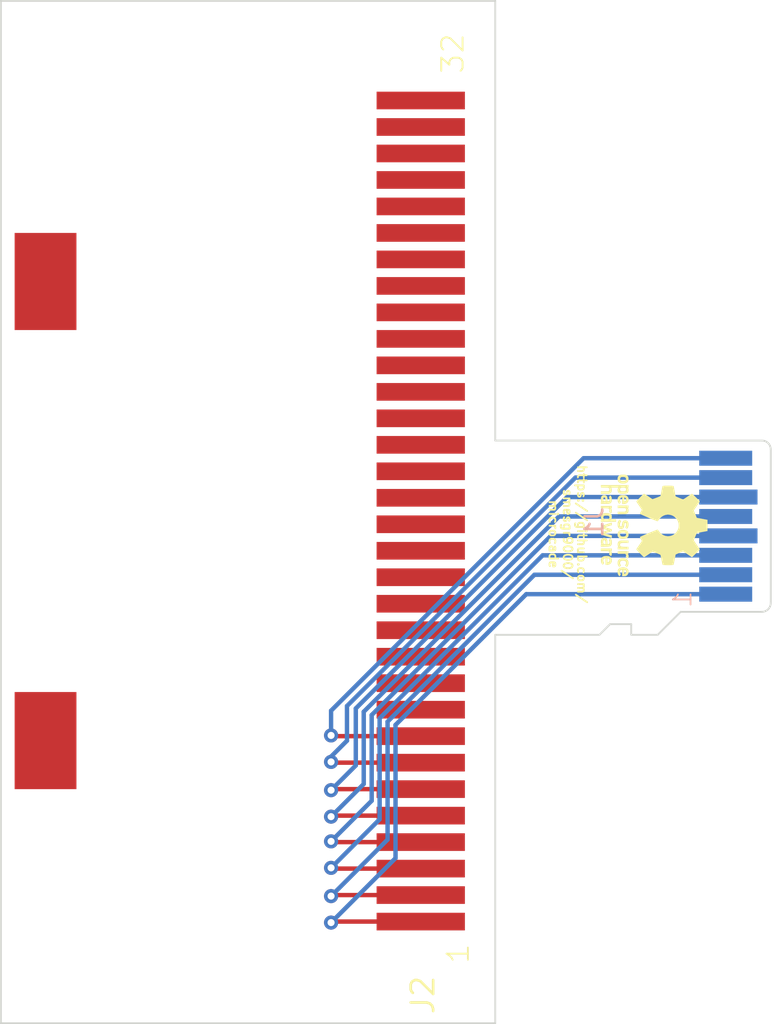
<source format=kicad_pcb>
(kicad_pcb (version 20240108) (generator "pcbnew") (generator_version "8.0")
  (layers (0 "F.Cu" signal) (31 "B.Cu" signal) (34 "B.Paste" user) (35 "F.Paste" user) (36 "B.SilkS" user "B.Silkscreen") (37 "F.SilkS" user "F.Silkscreen") (38 "B.Mask" user) (39 "F.Mask" user) (44 "Edge.Cuts" user))
  (net 0 "")
  (net 1 "Net-(J1-DAT2)")
  (net 2 "Net-(J1-DAT3{slash}CD)")
  (net 3 "Net-(J1-CMD)")
  (net 4 "Net-(J1-VDD)")
  (net 5 "Net-(J1-CLK)")
  (net 6 "Net-(J1-VSS)")
  (net 7 "Net-(J1-DAT0)")
  (net 8 "Net-(J1-DAT1)")
  (footprint "Symbol:OSHW-Logo_5.7x6mm_SilkScreen" (layer "F.Cu") (at 155 89.2 -90)
    (property "Reference" "REF**" (hide yes))
    (property "Value" "OSHW-Logo_5.7x6mm_SilkScreen" (hide yes))
    (fp_poly (pts (xy 1.79946 1.45803) (xy 1.842711 1.471245) (xy 1.870558 1.487941) (xy 1.879629 1.501145) (xy 1.877132 1.516797) (xy 1.860931 1.541385) (xy 1.847232 1.5588) (xy 1.818992 1.590283) (xy 1.797775 1.603529) (xy 1.779688 1.602664) (xy 1.726035 1.58901) (xy 1.68663 1.58963) (xy 1.654632 1.605104) (xy 1.64389 1.614161) (xy 1.609505 1.646027) (xy 1.609505 2.062179) (xy 1.471188 2.062179) (xy 1.471188 1.458614) (xy 1.540347 1.458614) (xy 1.581869 1.460256) (xy 1.603291 1.466087) (xy 1.609502 1.477461) (xy 1.609505 1.477798) (xy 1.612439 1.489713) (xy 1.625704 1.488159) (xy 1.644084 1.479563) (xy 1.682046 1.463568) (xy 1.712872 1.453945) (xy 1.752536 1.451478) (xy 1.79946 1.45803)) (stroke (width 0.01)) (fill solid) (layer "F.SilkS"))
    (fp_poly (pts (xy 1.635255 2.401486) (xy 1.683595 2.411015) (xy 1.711114 2.425125) (xy 1.740064 2.448568) (xy 1.698876 2.500571) (xy 1.673482 2.532064) (xy 1.656238 2.547428) (xy 1.639102 2.549776) (xy 1.614027 2.542217) (xy 1.602257 2.537941) (xy 1.55427 2.531631) (xy 1.510324 2.545156) (xy 1.47806 2.57571) (xy 1.472819 2.585452) (xy 1.467112 2.611258) (xy 1.462706 2.658817) (xy 1.459811 2.724758) (xy 1.458631 2.80571) (xy 1.458614 2.817226) (xy 1.458614 3.017822) (xy 1.320297 3.017822) (xy 1.320297 2.401683) (xy 1.389456 2.401683) (xy 1.429333 2.402725) (xy 1.450107 2.407358) (xy 1.457789 2.417849) (xy 1.458614 2.427745) (xy 1.458614 2.453806) (xy 1.491745 2.427745) (xy 1.529735 2.409965) (xy 1.58077 2.401174) (xy 1.635255 2.401486)) (stroke (width 0.01)) (fill solid) (layer "F.SilkS"))
    (fp_poly (pts (xy -0.993356 2.40302) (xy -0.974539 2.40866) (xy -0.968473 2.421053) (xy -0.968218 2.426647) (xy -0.967129 2.44223) (xy -0.959632 2.444676) (xy -0.939381 2.433993) (xy -0.927351 2.426694) (xy -0.8894 2.411063) (xy -0.844072 2.403334) (xy -0.796544 2.40274) (xy -0.751995 2.408513) (xy -0.715602 2.419884) (xy -0.692543 2.436088) (xy -0.687996 2.456355) (xy -0.690291 2.461843) (xy -0.70702 2.484626) (xy -0.732963 2.512647) (xy -0.737655 2.517177) (xy -0.762383 2.538005) (xy -0.783718 2.544735) (xy -0.813555 2.540038) (xy -0.825508 2.536917) (xy -0.862705 2.529421) (xy -0.888859 2.532792) (xy -0.910946 2.544681) (xy -0.931178 2.560635) (xy -0.946079 2.5807) (xy -0.956434 2.608702) (xy -0.963029 2.648467) (xy -0.966649 2.703823) (xy -0.968078 2.778594) (xy -0.968218 2.82374) (xy -0.968218 3.017822) (xy -1.09396 3.017822) (xy -1.09396 2.401683) (xy -1.031089 2.401683) (xy -0.993356 2.40302)) (stroke (width 0.01)) (fill solid) (layer "F.SilkS"))
    (fp_poly (pts (xy 0.993367 1.654342) (xy 0.994555 1.746563) (xy 0.998897 1.81661) (xy 1.007558 1.867381) (xy 1.021704 1.901772) (xy 1.0425 1.922679) (xy 1.07111 1.933) (xy 1.106535 1.935636) (xy 1.143636 1.932682) (xy 1.171818 1.921889) (xy 1.192243 1.90036) (xy 1.206079 1.865199) (xy 1.214491 1.81351) (xy 1.218643 1.742394) (xy 1.219703 1.654342) (xy 1.219703 1.458614) (xy 1.35802 1.458614) (xy 1.35802 2.062179) (xy 1.288862 2.062179) (xy 1.24717 2.060489) (xy 1.225701 2.054556) (xy 1.219703 2.043293) (xy 1.216091 2.033261) (xy 1.201714 2.035383) (xy 1.172736 2.04958) (xy 1.106319 2.07148) (xy 1.035875 2.069928) (xy 0.968377 2.046147) (xy 0.936233 2.027362) (xy 0.911715 2.007022) (xy 0.893804 1.981573) (xy 0.881479 1.947458) (xy 0.873723 1.901121) (xy 0.869516 1.839007) (xy 0.86784 1.757561) (xy 0.867624 1.694578) (xy 0.867624 1.458614) (xy 0.993367 1.458614) (xy 0.993367 1.654342)) (stroke (width 0.01)) (fill solid) (layer "F.SilkS"))
    (fp_poly (pts (xy -0.754012 1.469002) (xy -0.722717 1.48395) (xy -0.692409 1.505541) (xy -0.669318 1.530391) (xy -0.6525 1.562087) (xy -0.641006 1.604214) (xy -0.633891 1.660358) (xy -0.630207 1.734106) (xy -0.629008 1.829044) (xy -0.628989 1.838985) (xy -0.628713 2.062179) (xy -0.76703 2.062179) (xy -0.76703 1.856418) (xy -0.767128 1.780189) (xy -0.767809 1.724939) (xy -0.769651 1.686501) (xy -0.773233 1.660706) (xy -0.779132 1.643384) (xy -0.787927 1.630368) (xy -0.80018 1.617507) (xy -0.843047 1.589873) (xy -0.889843 1.584745) (xy -0.934424 1.602217) (xy -0.949928 1.615221) (xy -0.96131 1.627447) (xy -0.969481 1.64054) (xy -0.974974 1.658615) (xy -0.97832 1.685787) (xy -0.980051 1.72617) (xy -0.980697 1.783879) (xy -0.980792 1.854132) (xy -0.980792 2.062179) (xy -1.119109 2.062179) (xy -1.119109 1.458614) (xy -1.04995 1.458614) (xy -1.008428 1.460256) (xy -0.987006 1.466087) (xy -0.980795 1.477461) (xy -0.980792 1.477798) (xy -0.97791 1.488938) (xy -0.965199 1.487674) (xy -0.939926 1.475434) (xy -0.882605 1.457424) (xy -0.817037 1.455421) (xy -0.754012 1.469002)) (stroke (width 0.01)) (fill solid) (layer "F.SilkS"))
    (fp_poly (pts (xy 2.217226 1.46388) (xy 2.29008 1.49483) (xy 2.313027 1.509895) (xy 2.342354 1.533048) (xy 2.360764 1.551253) (xy 2.363961 1.557183) (xy 2.354935 1.57034) (xy 2.331837 1.592667) (xy 2.313344 1.60825) (xy 2.262728 1.648926) (xy 2.22276 1.615295) (xy 2.191874 1.593584) (xy 2.161759 1.58609) (xy 2.127292 1.58792) (xy 2.072561 1.601528) (xy 2.034886 1.629772) (xy 2.011991 1.675433) (xy 2.001597 1.741289) (xy 2.001595 1.741331) (xy 2.002494 1.814939) (xy 2.016463 1.868946) (xy 2.044328 1.905716) (xy 2.063325 1.918168) (xy 2.113776 1.933673) (xy 2.167663 1.933683) (xy 2.214546 1.918638) (xy 2.225644 1.911287) (xy 2.253476 1.892511) (xy 2.275236 1.889434) (xy 2.298704 1.903409) (xy 2.324649 1.92851) (xy 2.365716 1.97088) (xy 2.320121 2.008464) (xy 2.249674 2.050882) (xy 2.170233 2.071785) (xy 2.087215 2.070272) (xy 2.032694 2.056411) (xy 1.96897 2.022135) (xy 1.918005 1.968212) (xy 1.894851 1.930149) (xy 1.876099 1.875536) (xy 1.866715 1.806369) (xy 1.866643 1.731407) (xy 1.875824 1.659409) (xy 1.894199 1.599137) (xy 1.897093 1.592958) (xy 1.939952 1.532351) (xy 1.997979 1.488224) (xy 2.066591 1.461493) (xy 2.141201 1.453073) (xy 2.217226 1.46388)) (stroke (width 0.01)) (fill solid) (layer "F.SilkS"))
    (fp_poly (pts (xy 0.610762 1.466055) (xy 0.674363 1.500692) (xy 0.724123 1.555372) (xy 0.747568 1.599842) (xy 0.757634 1.639121) (xy 0.764156 1.695116) (xy 0.766951 1.759621) (xy 0.765836 1.824429) (xy 0.760626 1.881334) (xy 0.754541 1.911727) (xy 0.734014 1.953306) (xy 0.698463 1.997468) (xy 0.655619 2.036087) (xy 0.613211 2.061034) (xy 0.612177 2.06143) (xy 0.559553 2.072331) (xy 0.497188 2.072601) (xy 0.437924 2.062676) (xy 0.41504 2.054722) (xy 0.356102 2.0213) (xy 0.31389 1.977511) (xy 0.286156 1.919538) (xy 0.270651 1.843565) (xy 0.267143 1.803771) (xy 0.26759 1.753766) (xy 0.402376 1.753766) (xy 0.406917 1.826732) (xy 0.419986 1.882334) (xy 0.440756 1.917861) (xy 0.455552 1.92802) (xy 0.493464 1.935104) (xy 0.538527 1.933007) (xy 0.577487 1.922812) (xy 0.587704 1.917204) (xy 0.614659 1.884538) (xy 0.632451 1.834545) (xy 0.640024 1.773705) (xy 0.636325 1.708497) (xy 0.628057 1.669253) (xy 0.60432 1.623805) (xy 0.566849 1.595396) (xy 0.52172 1.585573) (xy 0.475011 1.595887) (xy 0.439132 1.621112) (xy 0.420277 1.641925) (xy 0.409272 1.662439) (xy 0.404026 1.690203) (xy 0.402449 1.732762) (xy 0.402376 1.753766) (xy 0.26759 1.753766) (xy 0.268094 1.69758) (xy 0.285388 1.610501) (xy 0.319029 1.54253) (xy 0.369018 1.493664) (xy 0.435356 1.463899) (xy 0.449601 1.460448) (xy 0.53521 1.452345) (xy 0.610762 1.466055)) (stroke (width 0.01)) (fill solid) (layer "F.SilkS"))
    (fp_poly (pts (xy 0.281524 2.404237) (xy 0.331255 2.407971) (xy 0.461291 2.797773) (xy 0.481678 2.728614) (xy 0.493946 2.685874) (xy 0.510085 2.628115) (xy 0.527512 2.564625) (xy 0.536726 2.53057) (xy 0.571388 2.401683) (xy 0.714391 2.401683) (xy 0.671646 2.536857) (xy 0.650596 2.603342) (xy 0.625167 2.683539) (xy 0.59861 2.767193) (xy 0.574902 2.841782) (xy 0.520902 3.011535) (xy 0.462598 3.015328) (xy 0.404295 3.019122) (xy 0.372679 2.914734) (xy 0.353182 2.849889) (xy 0.331904 2.7784) (xy 0.313308 2.715263) (xy 0.312574 2.71275) (xy 0.298684 2.669969) (xy 0.286429 2.640779) (xy 0.277846 2.629741) (xy 0.276082 2.631018) (xy 0.269891 2.64813) (xy 0.258128 2.684787) (xy 0.242225 2.736378) (xy 0.223614 2.798294) (xy 0.213543 2.832352) (xy 0.159007 3.017822) (xy 0.043264 3.017822) (xy -0.049263 2.725471) (xy -0.075256 2.643462) (xy -0.098934 2.568987) (xy -0.11918 2.505544) (xy -0.134874 2.456632) (xy -0.144898 2.425749) (xy -0.147945 2.416726) (xy -0.145533 2.407487) (xy -0.126592 2.403441) (xy -0.087177 2.403846) (xy -0.081007 2.404152) (xy -0.007914 2.407971) (xy 0.039957 2.58401) (xy 0.057553 2.648211) (xy 0.073277 2.704649) (xy 0.085746 2.748422) (xy 0.093574 2.77463) (xy 0.09502 2.778903) (xy 0.101014 2.77399) (xy 0.113101 2.748532) (xy 0.129893 2.705997) (xy 0.150003 2.64985) (xy 0.167003 2.59913) (xy 0.231794 2.400504) (xy 0.281524 2.404237)) (stroke (width 0.01)) (fill solid) (layer "F.SilkS"))
    (fp_poly (pts (xy -0.201188 3.017822) (xy -0.270346 3.017822) (xy -0.310488 3.016645) (xy -0.331394 3.011772) (xy -0.338922 3.001186) (xy -0.339505 2.994029) (xy -0.340774 2.979676) (xy -0.348779 2.976923) (xy -0.369815 2.985771) (xy -0.386173 2.994029) (xy -0.448977 3.013597) (xy -0.517248 3.014729) (xy -0.572752 3.000135) (xy -0.624438 2.964877) (xy -0.663838 2.912835) (xy -0.685413 2.85145) (xy -0.685962 2.848018) (xy -0.689167 2.810571) (xy -0.690761 2.756813) (xy -0.690633 2.716155) (xy -0.553279 2.716155) (xy -0.550097 2.770194) (xy -0.542859 2.814735) (xy -0.53306 2.839888) (xy -0.495989 2.87426) (xy -0.451974 2.886582) (xy -0.406584 2.876618) (xy -0.367797 2.846895) (xy -0.353108 2.826905) (xy -0.344519 2.80305) (xy -0.340496 2.76823) (xy -0.339505 2.71593) (xy -0.341278 2.664139) (xy -0.345963 2.618634) (xy -0.352603 2.588181) (xy -0.35371 2.585452) (xy -0.380491 2.553) (xy -0.419579 2.535183) (xy -0.463315 2.532306) (xy -0.504038 2.544674) (xy -0.534087 2.572593) (xy -0.537204 2.578148) (xy -0.546961 2.612022) (xy -0.552277 2.660728) (xy -0.553279 2.716155) (xy -0.690633 2.716155) (xy -0.690568 2.69554) (xy -0.689664 2.662563) (xy -0.683514 2.580981) (xy -0.670733 2.51973) (xy -0.649471 2.474449) (xy -0.617878 2.440779) (xy -0.587207 2.421014) (xy -0.544354 2.40712) (xy -0.491056 2.402354) (xy -0.43648 2.406236) (xy -0.389792 2.418282) (xy -0.365124 2.432693) (xy -0.339505 2.455878) (xy -0.339505 2.162773) (xy -0.201188 2.162773) (xy -0.201188 3.017822)) (stroke (width 0.01)) (fill solid) (layer "F.SilkS"))
    (fp_poly (pts (xy -2.538261 1.465148) (xy -2.472479 1.494231) (xy -2.42254 1.542793) (xy -2.388374 1.610908) (xy -2.369907 1.698651) (xy -2.368583 1.712351) (xy -2.367546 1.808939) (xy -2.380993 1.893602) (xy -2.408108 1.962221) (xy -2.422627 1.984294) (xy -2.473201 2.031011) (xy -2.537609 2.061268) (xy -2.609666 2.073824) (xy -2.683185 2.067439) (xy -2.739072 2.047772) (xy -2.787132 2.014629) (xy -2.826412 1.971175) (xy -2.827092 1.970158) (xy -2.843044 1.943338) (xy -2.85341 1.916368) (xy -2.859688 1.882332) (xy -2.863373 1.83431) (xy -2.864997 1.794931) (xy -2.865672 1.759219) (xy -2.739955 1.759219) (xy -2.738726 1.79477) (xy -2.734266 1.842094) (xy -2.726397 1.872465) (xy -2.712207 1.894072) (xy -2.698917 1.906694) (xy -2.651802 1.933122) (xy -2.602505 1.936653) (xy -2.556593 1.917639) (xy -2.533638 1.896331) (xy -2.517096 1.874859) (xy -2.507421 1.854313) (xy -2.503174 1.827574) (xy -2.50292 1.787523) (xy -2.504228 1.750638) (xy -2.507043 1.697947) (xy -2.511505 1.663772) (xy -2.519548 1.64148) (xy -2.533103 1.624442) (xy -2.543845 1.614703) (xy -2.588777 1.589123) (xy -2.637249 1.587847) (xy -2.677894 1.602999) (xy -2.712567 1.634642) (xy -2.733224 1.68662) (xy -2.739955 1.759219) (xy -2.865672 1.759219) (xy -2.866479 1.716621) (xy -2.863948 1.658056) (xy -2.856362 1.614007) (xy -2.842681 1.579248) (xy -2.821865 1.548551) (xy -2.814147 1.539436) (xy -2.765889 1.494021) (xy -2.714128 1.467493) (xy -2.650828 1.456379) (xy -2.619961 1.455471) (xy -2.538261 1.465148)) (stroke (width 0.01)) (fill solid) (layer "F.SilkS"))
    (fp_poly (pts (xy 2.677898 1.456457) (xy 2.710096 1.464279) (xy 2.771825 1.492921) (xy 2.82461 1.536667) (xy 2.861141 1.589117) (xy 2.86616 1.600893) (xy 2.873045 1.63174) (xy 2.877864 1.677371) (xy 2.879505 1.723492) (xy 2.879505 1.810693) (xy 2.697178 1.810693) (xy 2.621979 1.810978) (xy 2.569003 1.812704) (xy 2.535325 1.817181) (xy 2.51802 1.82572) (xy 2.514163 1.83963) (xy 2.520829 1.860222) (xy 2.53277 1.884315) (xy 2.56608 1.924525) (xy 2.612368 1.944558) (xy 2.668944 1.943905) (xy 2.733031 1.922101) (xy 2.788417 1.895193) (xy 2.834375 1.931532) (xy 2.880333 1.967872) (xy 2.837096 2.007819) (xy 2.779374 2.045563) (xy 2.708386 2.06832) (xy 2.632029 2.074688) (xy 2.558199 2.063268) (xy 2.546287 2.059393) (xy 2.481399 2.025506) (xy 2.43313 1.974986) (xy 2.400465 1.906325) (xy 2.382385 1.818014) (xy 2.382175 1.816121) (xy 2.380556 1.719878) (xy 2.3871 1.685542) (xy 2.514852 1.685542) (xy 2.526584 1.690822) (xy 2.558438 1.694867) (xy 2.605397 1.697176) (xy 2.635154 1.697525) (xy 2.690648 1.697306) (xy 2.725346 1.695916) (xy 2.743601 1.692251) (xy 2.749766 1.68521) (xy 2.748195 1.67369) (xy 2.746878 1.669233) (xy 2.724382 1.627355) (xy 2.689003 1.593604) (xy 2.65778 1.578773) (xy 2.616301 1.579668) (xy 2.574269 1.598164) (xy 2.539012 1.628786) (xy 2.517854 1.666062) (xy 2.514852 1.685542) (xy 2.3871 1.685542) (xy 2.39669 1.635229) (xy 2.428698 1.564191) (xy 2.474701 1.508779) (xy 2.532821 1.471009) (xy 2.60118 1.452896) (xy 2.677898 1.456457)) (stroke (width 0.01)) (fill solid) (layer "F.SilkS"))
    (fp_poly (pts (xy 0.014017 1.456452) (xy 0.061634 1.465482) (xy 0.111034 1.48437) (xy 0.116312 1.486777) (xy 0.153774 1.506476) (xy 0.179717 1.524781) (xy 0.188103 1.536508) (xy 0.180117 1.555632) (xy 0.16072 1.58385) (xy 0.15211 1.594384) (xy 0.116628 1.635847) (xy 0.070885 1.608858) (xy 0.02735 1.590878) (xy -0.02295 1.581267) (xy -0.071188 1.58066) (xy -0.108533 1.589691) (xy -0.117495 1.595327) (xy -0.134563 1.621171) (xy -0.136637 1.650941) (xy -0.123866 1.674197) (xy -0.116312 1.678708) (xy -0.093675 1.684309) (xy -0.053885 1.690892) (xy -0.004834 1.697183) (xy 0.004215 1.69817) (xy 0.082996 1.711798) (xy 0.140136 1.734946) (xy 0.17803 1.769752) (xy 0.199079 1.818354) (xy 0.205635 1.877718) (xy 0.196577 1.945198) (xy 0.167164 1.998188) (xy 0.117278 2.036783) (xy 0.0468 2.061081) (xy -0.031435 2.070667) (xy -0.095234 2.070552) (xy -0.146984 2.061845) (xy -0.182327 2.049825) (xy -0.226983 2.02888) (xy -0.268253 2.004574) (xy -0.282921 1.993876) (xy -0.320643 1.963084) (xy -0.275148 1.917049) (xy -0.229653 1.871013) (xy -0.177928 1.905243) (xy -0.126048 1.930952) (xy -0.070649 1.944399) (xy -0.017395 1.945818) (xy 0.028049 1.935443) (xy 0.060016 1.913507) (xy 0.070338 1.894998) (xy 0.068789 1.865314) (xy 0.04314 1.842615) (xy -0.00654 1.82694) (xy -0.060969 1.819695) (xy -0.144736 1.805873) (xy -0.206967 1.779796) (xy -0.248493 1.740699) (xy -0.270147 1.68782) (xy -0.273147 1.625126) (xy -0.258329 1.559642) (xy -0.224546 1.510144) (xy -0.171495 1.476408) (xy -0.098874 1.458207) (xy -0.045072 1.454639) (xy 0.014017 1.456452)) (stroke (width 0.01)) (fill solid) (layer "F.SilkS"))
    (fp_poly (pts (xy 2.032581 2.40497) (xy 2.092685 2.420597) (xy 2.143021 2.452848) (xy 2.167393 2.47694) (xy 2.207345 2.533895) (xy 2.230242 2.599965) (xy 2.238108 2.681182) (xy 2.238148 2.687748) (xy 2.238218 2.753763) (xy 1.858264 2.753763) (xy 1.866363 2.788342) (xy 1.880987 2.819659) (xy 1.906581 2.852291) (xy 1.911935 2.8575) (xy 1.957943 2.885694) (xy 2.01041 2.890475) (xy 2.070803 2.871926) (xy 2.08104 2.866931) (xy 2.112439 2.851745) (xy 2.13347 2.843094) (xy 2.137139 2.842293) (xy 2.149948 2.850063) (xy 2.174378 2.869072) (xy 2.186779 2.87946) (xy 2.212476 2.903321) (xy 2.220915 2.919077) (xy 2.215058 2.933571) (xy 2.211928 2.937534) (xy 2.190725 2.954879) (xy 2.155738 2.975959) (xy 2.131337 2.988265) (xy 2.062072 3.009946) (xy 1.985388 3.016971) (xy 1.912765 3.008647) (xy 1.892426 3.002686) (xy 1.829476 2.968952) (xy 1.782815 2.917045) (xy 1.752173 2.846459) (xy 1.737282 2.756692) (xy 1.735647 2.709753) (xy 1.740421 2.641413) (xy 1.86099 2.641413) (xy 1.872652 2.646465) (xy 1.903998 2.650429) (xy 1.949571 2.652768) (xy 1.980446 2.653169) (xy 2.035981 2.652783) (xy 2.071033 2.650975) (xy 2.090262 2.646773) (xy 2.09833 2.639203) (xy 2.099901 2.628218) (xy 2.089121 2.594381) (xy 2.06198 2.56094) (xy 2.026277 2.535272) (xy 1.99056 2.524772) (xy 1.942048 2.534086) (xy 1.900053 2.561013) (xy 1.870936 2.599827) (xy 1.86099 2.641413) (xy 1.740421 2.641413) (xy 1.742599 2.610236) (xy 1.764055 2.530949) (xy 1.80047 2.471263) (xy 1.852297 2.430549) (xy 1.91999 2.408179) (xy 1.956662 2.403871) (xy 2.032581 2.40497)) (stroke (width 0.01)) (fill solid) (layer "F.SilkS"))
    (fp_poly (pts (xy -1.356699 1.472614) (xy -1.344168 1.478514) (xy -1.300799 1.510283) (xy -1.25979 1.556646) (xy -1.229168 1.607696) (xy -1.220459 1.631166) (xy -1.212512 1.673091) (xy -1.207774 1.723757) (xy -1.207199 1.744679) (xy -1.207129 1.810693) (xy -1.587083 1.810693) (xy -1.578983 1.845273) (xy -1.559104 1.88617) (xy -1.524347 1.921514) (xy -1.482998 1.944282) (xy -1.456649 1.94901) (xy -1.420916 1.943273) (xy -1.378282 1.928882) (xy -1.363799 1.922262) (xy -1.31024 1.895513) (xy -1.264533 1.930376) (xy -1.238158 1.953955) (xy -1.224124 1.973417) (xy -1.223414 1.979129) (xy -1.235951 1.992973) (xy -1.263428 2.014012) (xy -1.288366 2.030425) (xy -1.355664 2.05993) (xy -1.43111 2.073284) (xy -1.505888 2.069812) (xy -1.565495 2.051663) (xy -1.626941 2.012784) (xy -1.670608 1.961595) (xy -1.697926 1.895367) (xy -1.710322 1.811371) (xy -1.711421 1.772936) (xy -1.707022 1.684861) (xy -1.706482 1.682299) (xy -1.580582 1.682299) (xy -1.577115 1.690558) (xy -1.562863 1.695113) (xy -1.53347 1.697065) (xy -1.484575 1.697517) (xy -1.465748 1.697525) (xy -1.408467 1.696843) (xy -1.372141 1.694364) (xy -1.352604 1.689443) (xy -1.34569 1.681434) (xy -1.345445 1.678862) (xy -1.353336 1.658423) (xy -1.373085 1.629789) (xy -1.381575 1.619763) (xy -1.413094 1.591408) (xy -1.445949 1.580259) (xy -1.463651 1.579327) (xy -1.511539 1.590981) (xy -1.551699 1.622285) (xy -1.577173 1.667752) (xy -1.577625 1.669233) (xy -1.580582 1.682299) (xy -1.706482 1.682299) (xy -1.692392 1.61551) (xy -1.666038 1.560025) (xy -1.633807 1.520639) (xy -1.574217 1.477931) (xy -1.504168 1.455109) (xy -1.429661 1.453046) (xy -1.356699 1.472614)) (stroke (width 0.01)) (fill solid) (layer "F.SilkS"))
    (fp_poly (pts (xy 1.038411 2.405417) (xy 1.091411 2.41829) (xy 1.106731 2.42511) (xy 1.136428 2.442974) (xy 1.15922 2.463093) (xy 1.176083 2.488962) (xy 1.187998 2.524073) (xy 1.195942 2.57192) (xy 1.200894 2.635996) (xy 1.203831 2.719794) (xy 1.204947 2.775768) (xy 1.209052 3.017822) (xy 1.138932 3.017822) (xy 1.096393 3.016038) (xy 1.074476 3.009942) (xy 1.068812 2.999706) (xy 1.065821 2.988637) (xy 1.052451 2.990754) (xy 1.034233 2.999629) (xy 0.988624 3.013233) (xy 0.930007 3.016899) (xy 0.868354 3.010903) (xy 0.813638 2.995521) (xy 0.80873 2.993386) (xy 0.758723 2.958255) (xy 0.725756 2.909419) (xy 0.710587 2.852333) (xy 0.711746 2.831824) (xy 0.835508 2.831824) (xy 0.846413 2.859425) (xy 0.878745 2.879204) (xy 0.93091 2.889819) (xy 0.958787 2.891228) (xy 1.005247 2.88762) (xy 1.036129 2.873597) (xy 1.043664 2.866931) (xy 1.064076 2.830666) (xy 1.068812 2.797773) (xy 1.068812 2.753763) (xy 1.007513 2.753763) (xy 0.936256 2.757395) (xy 0.886276 2.768818) (xy 0.854696 2.788824) (xy 0.847626 2.797743) (xy 0.835508 2.831824) (xy 0.711746 2.831824) (xy 0.713971 2.792456) (xy 0.736663 2.735244) (xy 0.767624 2.69658) (xy 0.786376 2.679864) (xy 0.804733 2.668878) (xy 0.828619 2.66218) (xy 0.863957 2.658326) (xy 0.916669 2.655873) (xy 0.937577 2.655168) (xy 1.068812 2.650879) (xy 1.06862 2.611158) (xy 1.063537 2.569405) (xy 1.045162 2.544158) (xy 1.008039 2.52803) (xy 1.007043 2.527742) (xy 0.95441 2.5214) (xy 0.902906 2.529684) (xy 0.86463 2.549827) (xy 0.849272 2.559773) (xy 0.83273 2.558397) (xy 0.807275 2.543987) (xy 0.792328 2.533817) (xy 0.763091 2.512088) (xy 0.74498 2.4958) (xy 0.742074 2.491137) (xy 0.75404 2.467005) (xy 0.789396 2.438185) (xy 0.804753 2.428461) (xy 0.848901 2.411714) (xy 0.908398 2.402227) (xy 0.974487 2.400095) (xy 1.038411 2.405417)) (stroke (width 0.01)) (fill solid) (layer "F.SilkS"))
    (fp_poly (pts (xy -1.38421 2.406555) (xy -1.325055 2.422339) (xy -1.280023 2.450948) (xy -1.248246 2.488419) (xy -1.238366 2.504411) (xy -1.231073 2.521163) (xy -1.225974 2.542592) (xy -1.222679 2.572616) (xy -1.220797 2.615154) (xy -1.219937 2.674122) (xy -1.219707 2.75344) (xy -1.219703 2.774484) (xy -1.219703 3.017822) (xy -1.280059 3.017822) (xy -1.318557 3.015126) (xy -1.347023 3.008295) (xy -1.354155 3.004083) (xy -1.373652 2.996813) (xy -1.393566 3.004083) (xy -1.426353 3.01316) (xy -1.473978 3.016813) (xy -1.526764 3.015228) (xy -1.575036 3.008589) (xy -1.603218 3.000072) (xy -1.657753 2.965063) (xy -1.691835 2.916479) (xy -1.707157 2.851882) (xy -1.707299 2.850223) (xy -1.705955 2.821566) (xy -1.584356 2.821566) (xy -1.573726 2.854161) (xy -1.55641 2.872505) (xy -1.521652 2.886379) (xy -1.475773 2.891917) (xy -1.428988 2.889191) (xy -1.391514 2.878274) (xy -1.381015 2.871269) (xy -1.362668 2.838904) (xy -1.35802 2.802111) (xy -1.35802 2.753763) (xy -1.427582 2.753763) (xy -1.493667 2.75885) (xy -1.543764 2.773263) (xy -1.574929 2.795729) (xy -1.584356 2.821566) (xy -1.705955 2.821566) (xy -1.703987 2.779647) (xy -1.68071 2.723845) (xy -1.636948 2.681647) (xy -1.630899 2.677808) (xy -1.604907 2.665309) (xy -1.572735 2.65774) (xy -1.52776 2.654061) (xy -1.474331 2.653216) (xy -1.35802 2.653169) (xy -1.35802 2.604411) (xy -1.362953 2.566581) (xy -1.375543 2.541236) (xy -1.377017 2.539887) (xy -1.405034 2.5288) (xy -1.447326 2.524503) (xy -1.494064 2.526615) (xy -1.535418 2.534756) (xy -1.559957 2.546965) (xy -1.573253 2.556746) (xy -1.587294 2.558613) (xy -1.606671 2.5506) (xy -1.635976 2.530739) (xy -1.679803 2.497063) (xy -1.683825 2.493909) (xy -1.681764 2.482236) (xy -1.664568 2.462822) (xy -1.638433 2.441248) (xy -1.609552 2.423096) (xy -1.600478 2.418809) (xy -1.56738 2.410256) (xy -1.51888 2.404155) (xy -1.464695 2.401708) (xy -1.462161 2.401703) (xy -1.38421 2.406555)) (stroke (width 0.01)) (fill solid) (layer "F.SilkS"))
    (fp_poly (pts (xy -1.908759 1.469184) (xy -1.882247 1.482282) (xy -1.849553 1.505106) (xy -1.825725 1.529996) (xy -1.809406 1.561249) (xy -1.79924 1.603166) (xy -1.793872 1.660044) (xy -1.791944 1.736184) (xy -1.791831 1.768917) (xy -1.792161 1.840656) (xy -1.793527 1.891927) (xy -1.7965 1.927404) (xy -1.801649 1.951763) (xy -1.809543 1.96968) (xy -1.817757 1.981902) (xy -1.870187 2.033905) (xy -1.93193 2.065184) (xy -1.998536 2.074592) (xy -2.065558 2.06098) (xy -2.086792 2.051354) (xy -2.137624 2.024859) (xy -2.137624 2.440052) (xy -2.100525 2.420868) (xy -2.051643 2.406025) (xy -1.991561 2.402222) (xy -1.931564 2.409243) (xy -1.886256 2.425013) (xy -1.848675 2.455047) (xy -1.816564 2.498024) (xy -1.81415 2.502436) (xy -1.803967 2.523221) (xy -1.79653 2.54417) (xy -1.791411 2.569548) (xy -1.788181 2.603618) (xy -1.786413 2.650641) (xy -1.785677 2.714882) (xy -1.785544 2.787176) (xy -1.785544 3.017822) (xy -1.923861 3.017822) (xy -1.923861 2.592533) (xy -1.962549 2.559979) (xy -2.002738 2.53394) (xy -2.040797 2.529205) (xy -2.079066 2.541389) (xy -2.099462 2.55332) (xy -2.114642 2.570313) (xy -2.125438 2.595995) (xy -2.132683 2.633991) (xy -2.137208 2.687926) (xy -2.139844 2.761425) (xy -2.140772 2.810347) (xy -2.143911 3.011535) (xy -2.209926 3.015336) (xy -2.27594 3.019136) (xy -2.27594 1.77065) (xy -2.137624 1.77065) (xy -2.134097 1.840254) (xy -2.122215 1.888569) (xy -2.10002 1.918631) (xy -2.065559 1.933471) (xy -2.030742 1.936436) (xy -1.991329 1.933028) (xy -1.965171 1.919617) (xy -1.948814 1.901896) (xy -1.935937 1.882835) (xy -1.928272 1.861601) (xy -1.924861 1.831849) (xy -1.924749 1.787236) (xy -1.925897 1.74988) (xy -1.928532 1.693604) (xy -1.932456 1.656658) (xy -1.939063 1.633223) (xy -1.949749 1.61748) (xy -1.959833 1.60838) (xy -2.00197 1.588537) (xy -2.05184 1.585332) (xy -2.080476 1.592168) (xy -2.108828 1.616464) (xy -2.127609 1.663728) (xy -2.136712 1.733624) (xy -2.137624 1.77065) (xy -2.27594 1.77065) (xy -2.27594 1.458614) (xy -2.206782 1.458614) (xy -2.16526 1.460256) (xy -2.143838 1.466087) (xy -2.137626 1.477461) (xy -2.137624 1.477798) (xy -2.134742 1.488938) (xy -2.12203 1.487673) (xy -2.096757 1.475433) (xy -2.037869 1.456707) (xy -1.971615 1.454739) (xy -1.908759 1.469184)) (stroke (width 0.01)) (fill solid) (layer "F.SilkS"))
    (fp_poly (pts (xy 0.376964 -2.709982) (xy 0.433812 -2.40843) (xy 0.853338 -2.235488) (xy 1.104984 -2.406605) (xy 1.175458 -2.45425) (xy 1.239163 -2.49679) (xy 1.293126 -2.532285) (xy 1.334373 -2.55879) (xy 1.359934 -2.574364) (xy 1.366895 -2.577722) (xy 1.379435 -2.569086) (xy 1.406231 -2.545208) (xy 1.44428 -2.509141) (xy 1.490579 -2.463933) (xy 1.542123 -2.412636) (xy 1.595909 -2.358299) (xy 1.648935 -2.303972) (xy 1.698195 -2.252705) (xy 1.740687 -2.207549) (xy 1.773407 -2.171554) (xy 1.793351 -2.14777) (xy 1.798119 -2.13981) (xy 1.791257 -2.125135) (xy 1.77202 -2.092986) (xy 1.74243 -2.046508) (xy 1.70451 -1.988844) (xy 1.660282 -1.92314) (xy 1.634654 -1.885664) (xy 1.587941 -1.817232) (xy 1.546432 -1.75548) (xy 1.51214 -1.703481) (xy 1.48708 -1.664308) (xy 1.473264 -1.641035) (xy 1.471188 -1.636145) (xy 1.475895 -1.622245) (xy 1.488723 -1.58985) (xy 1.507738 -1.543515) (xy 1.531003 -1.487794) (xy 1.556584 -1.427242) (xy 1.582545 -1.366414) (xy 1.60695 -1.309864) (xy 1.627863 -1.262148) (xy 1.643349 -1.227819) (xy 1.651472 -1.211432) (xy 1.651952 -1.210788) (xy 1.664707 -1.207659) (xy 1.698677 -1.200679) (xy 1.75034 -1.190533) (xy 1.816176 -1.177908) (xy 1.892664 -1.163491) (xy 1.93729 -1.155177) (xy 2.019021 -1.139616) (xy 2.092843 -1.124808) (xy 2.155021 -1.111564) (xy 2.201822 -1.100695) (xy 2.229509 -1.093011) (xy 2.235074 -1.090573) (xy 2.240526 -1.07407) (xy 2.244924 -1.0368) (xy 2.248272 -0.98312) (xy 2.250574 -0.917388) (xy 2.251832 -0.843963) (xy 2.252048 -0.767204) (xy 2.251227 -0.691468) (xy 2.249371 -0.621114) (xy 2.246482 -0.5605) (xy 2.242565 -0.513984) (xy 2.237622 -0.485925) (xy 2.234657 -0.480084) (xy 2.216934 -0.473083) (xy 2.179381 -0.463073) (xy 2.126964 -0.451231) (xy 2.064652 -0.438733) (xy 2.0429 -0.43469) (xy 1.938024 -0.41548) (xy 1.85518 -0.400009) (xy 1.79163 -0.387663) (xy 1.744637 -0.377827) (xy 1.711463 -0.369886) (xy 1.689371 -0.363224) (xy 1.675624 -0.357227) (xy 1.667484 -0.351281) (xy 1.666345 -0.350106) (xy 1.654977 -0.331174) (xy 1.637635 -0.294331) (xy 1.61605 -0.244087) (xy 1.591954 -0.184954) (xy 1.567079 -0.121444) (xy 1.543157 -0.058068) (xy 1.521919 0.000662) (xy 1.505097 0.050235) (xy 1.494422 0.086139) (xy 1.491627 0.103862) (xy 1.49186 0.104483) (xy 1.501331 0.11897) (xy 1.522818 0.150844) (xy 1.554063 0.196789) (xy 1.592807 0.253485) (xy 1.636793 0.317617) (xy 1.649319 0.335842) (xy 1.693984 0.401914) (xy 1.733288 0.4622) (xy 1.765088 0.513235) (xy 1.787245 0.55156) (xy 1.797617 0.573711) (xy 1.798119 0.576432) (xy 1.789405 0.590736) (xy 1.765325 0.619072) (xy 1.728976 0.658396) (xy 1.683453 0.705661) (xy 1.631852 0.757823) (xy 1.577267 0.811835) (xy 1.522794 0.864653) (xy 1.471529 0.913231) (xy 1.426567 0.954523) (xy 1.391004 0.985485) (xy 1.367935 1.00307) (xy 1.361554 1.005941) (xy 1.346699 0.999178) (xy 1.316286 0.980939) (xy 1.275268 0.954297) (xy 1.243709 0.932852) (xy 1.186525 0.893503) (xy 1.118806 0.847171) (xy 1.05088 0.800913) (xy 1.014361 0.776155) (xy 0.890752 0.692547) (xy 0.786991 0.74865) (xy 0.73972 0.773228) (xy 0.699523 0.792331) (xy 0.672326 0.803227) (xy 0.665402 0.804743) (xy 0.657077 0.793549) (xy 0.640654 0.761917) (xy 0.617357 0.712765) (xy 0.588414 0.64901) (xy 0.55505 0.573571) (xy 0.518491 0.489364) (xy 0.479964 0.399308) (xy 0.440694 0.306321) (xy 0.401908 0.21332) (xy 0.36483 0.123223) (xy 0.330689 0.038948) (xy 0.300708 -0.036587) (xy 0.276116 -0.100466) (xy 0.258136 -0.149769) (xy 0.247997 -0.181579) (xy 0.246366 -0.192504) (xy 0.259291 -0.206439) (xy 0.287589 -0.22906) (xy 0.325346 -0.255667) (xy 0.328515 -0.257772) (xy 0.4261 -0.335886) (xy 0.504786 -0.427018) (xy 0.563891 -0.528255) (xy 0.602732 -0.636682) (xy 0.620628 -0.749386) (xy 0.616897 -0.863452) (xy 0.590857 -0.975966) (xy 0.541825 -1.084015) (xy 0.5274 -1.107655) (xy 0.452369 -1.203113) (xy 0.36373 -1.279768) (xy 0.264549 -1.33722) (xy 0.157895 -1.375071) (xy 0.046836 -1.392922) (xy -0.065561 -1.390375) (xy -0.176227 -1.36703) (xy -0.282094 -1.32249) (xy -0.380095 -1.256355) (xy -0.41041 -1.229513) (xy -0.487562 -1.145488) (xy -0.543782 -1.057034) (xy -0.582347 -0.957885) (xy -0.603826 -0.859697) (xy -0.609128 -0.749303) (xy -0.591448 -0.63836) (xy -0.552581 -0.530619) (xy -0.494323 -0.429831) (xy -0.418469 -0.339744) (xy -0.326817 -0.264108) (xy -0.314772 -0.256136) (xy -0.276611 -0.230026) (xy -0.247601 -0.207405) (xy -0.233732 -0.192961) (xy -0.233531 -0.192504) (xy -0.236508 -0.176879) (xy -0.248311 -0.141418) (xy -0.267714 -0.089038) (xy -0.293488 -0.022655) (xy -0.324409 0.054814) (xy -0.359249 0.14045) (xy -0.396783 0.231337) (xy -0.435783 0.324559) (xy -0.475023 0.417197) (xy -0.513276 0.506335) (xy -0.549317 0.589055) (xy -0.581917 0.662441) (xy -0.609852 0.723575) (xy -0.631895 0.769541) (xy -0.646818 0.797421) (xy -0.652828 0.804743) (xy -0.671191 0.799041) (xy -0.705552 0.783749) (xy -0.749984 0.761599) (xy -0.774417 0.74865) (xy -0.878178 0.692547) (xy -1.001787 0.776155) (xy -1.064886 0.818987) (xy -1.13397 0.866122) (xy -1.198707 0.910503) (xy -1.231134 0.932852) (xy -1.276741 0.963477) (xy -1.31536 0.987747) (xy -1.341952 1.002587) (xy -1.35059 1.005724) (xy -1.363161 0.997261) (xy -1.390984 0.973636) (xy -1.431361 0.937302) (xy -1.481595 0.890711) (xy -1.538988 0.836317) (xy -1.575286 0.801392) (xy -1.63879 0.738996) (xy -1.693673 0.683188) (xy -1.737714 0.636354) (xy -1.768695 0.600882) (xy -1.784398 0.579161) (xy -1.785905 0.574752) (xy -1.778914 0.557985) (xy -1.759594 0.524082) (xy -1.730091 0.476476) (xy -1.692545 0.418599) (xy -1.6491 0.353884) (xy -1.636745 0.335842) (xy -1.591727 0.270267) (xy -1.55134 0.211228) (xy -1.51784 0.162042) (xy -1.493486 0.126028) (xy -1.480536 0.106502) (xy -1.479285 0.104483) (xy -1.481156 0.088922) (xy -1.491087 0.054709) (xy -1.507347 0.006355) (xy -1.528205 -0.051629) (xy -1.551927 -0.11473) (xy -1.576784 -0.178437) (xy -1.601042 -0.238239) (xy -1.622971 -0.289624) (xy -1.640838 -0.328081) (xy -1.652913 -0.349098) (xy -1.653771 -0.350106) (xy -1.661154 -0.356112) (xy -1.673625 -0.362052) (xy -1.69392 -0.36854) (xy -1.724778 -0.376191) (xy -1.768934 -0.38562) (xy -1.829126 -0.397441) (xy -1.908093 -0.412271) (xy -2.00857 -0.430723) (xy -2.030325 -0.43469) (xy -2.094802 -0.447147) (xy -2.151011 -0.459334) (xy -2.193987 -0.470074) (xy -2.21876 -0.478191) (xy -2.222082 -0.480084) (xy -2.227556 -0.496862) (xy -2.232006 -0.534355) (xy -2.235428 -0.588206) (xy -2.237819 -0.654056) (xy -2.239177 -0.727547) (xy -2.239499 -0.80432) (xy -2.238781 -0.880017) (xy -2.237021 -0.95028) (xy -2.234216 -1.01075) (xy -2.230362 -1.05707) (xy -2.225457 -1.084881) (xy -2.2225 -1.090573) (xy -2.206037 -1.096314) (xy -2.168551 -1.105655) (xy -2.113775 -1.117785) (xy -2.045445 -1.131893) (xy -1.967294 -1.14717) (xy -1.924716 -1.155177) (xy -1.843929 -1.170279) (xy -1.771887 -1.18396) (xy -1.712111 -1.195533) (xy -1.668121 -1.204313) (xy -1.643439 -1.209613) (xy -1.639377 -1.210788) (xy -1.632511 -1.224035) (xy -1.617998 -1.255943) (xy -1.597771 -1.301953) (xy -1.573766 -1.357508) (xy -1.547918 -1.418047) (xy -1.52216 -1.479014) (xy -1.498427 -1.535849) (xy -1.478654 -1.583994) (xy -1.464776 -1.61889) (xy -1.458726 -1.635979) (xy -1.458614 -1.636726) (xy -1.465472 -1.650207) (xy -1.484698 -1.68123) (xy -1.514272 -1.726711) (xy -1.552173 -1.783568) (xy -1.59638 -1.848717) (xy -1.622079 -1.886138) (xy -1.668907 -1.954753) (xy -1.710499 -2.017048) (xy -1.744825 -2.069871) (xy -1.769857 -2.110073) (xy -1.783565 -2.1345) (xy -1.785544 -2.139976) (xy -1.777034 -2.152722) (xy -1.753507 -2.179937) (xy -1.717968 -2.218572) (xy -1.673423 -2.265577) (xy -1.622877 -2.317905) (xy -1.569336 -2.372505) (xy -1.515805 -2.42633) (xy -1.465289 -2.47633) (xy -1.420794 -2.519457) (xy -1.385325 -2.552661) (xy -1.361887 -2.572894) (xy -1.354046 -2.577722) (xy -1.34128 -2.570933) (xy -1.310744 -2.551858) (xy -1.26541 -2.522439) (xy -1.208244 -2.484619) (xy -1.142216 -2.440339) (xy -1.09241 -2.406605) (xy -0.840764 -2.235488) (xy -0.631001 -2.321959) (xy -0.421237 -2.40843) (xy -0.364389 -2.709982) (xy -0.30754 -3.011534) (xy 0.320115 -3.011534) (xy 0.376964 -2.709982)) (stroke (width 0.01)) (fill solid) (layer "F.SilkS"))
  )
  (footprint "Library:GBA_Cartridge" (layer "F.Cu") (at 136.779 88.392 180)
    (property "Reference" "J2" (at -5.121 -27.408 -90) (layer "F.SilkS") (effects (font (size 1.27 1.27))))
    (property "Value" "Conn_01x32_Pin" (hide yes))
    (fp_text user "1" (at -7.821 -25.708 90) (layer "F.SilkS") (effects (font (size 1.2065 1.2065) (thickness 0.1016)) (justify left bottom)))
    (fp_text user "32" (at -7.521 24.692 90) (layer "F.SilkS") (effects (font (size 1.2065 1.2065) (thickness 0.1016)) (justify left bottom)))
    (pad "" np_thru_hole circle (at 3.5 -13 180) (size 2.2 2.2) (drill 2.2) (layers "*.Cu" "*.Mask"))
    (pad "" np_thru_hole circle (at 3.5 13 180) (size 2.2 2.2) (drill 2.2) (layers "*.Cu" "*.Mask"))
    (pad "" smd rect (at 16.25 -13 90) (size 5.5 3.5) (layers "F.Cu" "F.Paste" "F.Mask"))
    (pad "" smd rect (at 16.25 13 90) (size 5.5 3.5) (layers "F.Cu" "F.Paste" "F.Mask"))
    (pad "1" smd rect (at -5 -23.25) (size 5 1) (layers "F.Cu" "F.Paste" "F.Mask") (net 1 "Net-(J1-DAT2)"))
    (pad "2" smd rect (at -5 -21.75) (size 5 1) (layers "F.Cu" "F.Paste" "F.Mask") (net 2 "Net-(J1-DAT3{slash}CD)"))
    (pad "3" smd rect (at -5 -20.25) (size 5 1) (layers "F.Cu" "F.Paste" "F.Mask") (net 3 "Net-(J1-CMD)"))
    (pad "4" smd rect (at -5 -18.75) (size 5 1) (layers "F.Cu" "F.Paste" "F.Mask") (net 4 "Net-(J1-VDD)"))
    (pad "5" smd rect (at -5 -17.25) (size 5 1) (layers "F.Cu" "F.Paste" "F.Mask") (net 5 "Net-(J1-CLK)"))
    (pad "6" smd rect (at -5 -15.75) (size 5 1) (layers "F.Cu" "F.Paste" "F.Mask") (net 6 "Net-(J1-VSS)"))
    (pad "7" smd rect (at -5 -14.25) (size 5 1) (layers "F.Cu" "F.Paste" "F.Mask") (net 7 "Net-(J1-DAT0)"))
    (pad "8" smd rect (at -5 -12.75) (size 5 1) (layers "F.Cu" "F.Paste" "F.Mask") (net 8 "Net-(J1-DAT1)"))
    (pad "9" smd rect (at -5 -11.25) (size 5 1) (layers "F.Cu" "F.Paste" "F.Mask"))
    (pad "10" smd rect (at -5 -9.75) (size 5 1) (layers "F.Cu" "F.Paste" "F.Mask"))
    (pad "11" smd rect (at -5 -8.25) (size 5 1) (layers "F.Cu" "F.Paste" "F.Mask"))
    (pad "12" smd rect (at -5 -6.75) (size 5 1) (layers "F.Cu" "F.Paste" "F.Mask"))
    (pad "13" smd rect (at -5 -5.25) (size 5 1) (layers "F.Cu" "F.Paste" "F.Mask"))
    (pad "14" smd rect (at -5 -3.75) (size 5 1) (layers "F.Cu" "F.Paste" "F.Mask"))
    (pad "15" smd rect (at -5 -2.25) (size 5 1) (layers "F.Cu" "F.Paste" "F.Mask"))
    (pad "16" smd rect (at -5 -0.75) (size 5 1) (layers "F.Cu" "F.Paste" "F.Mask"))
    (pad "17" smd rect (at -5 0.75) (size 5 1) (layers "F.Cu" "F.Paste" "F.Mask"))
    (pad "18" smd rect (at -5 2.25) (size 5 1) (layers "F.Cu" "F.Paste" "F.Mask"))
    (pad "19" smd rect (at -5 3.75) (size 5 1) (layers "F.Cu" "F.Paste" "F.Mask"))
    (pad "20" smd rect (at -5 5.25) (size 5 1) (layers "F.Cu" "F.Paste" "F.Mask"))
    (pad "21" smd rect (at -5 6.75) (size 5 1) (layers "F.Cu" "F.Paste" "F.Mask"))
    (pad "22" smd rect (at -5 8.25) (size 5 1) (layers "F.Cu" "F.Paste" "F.Mask"))
    (pad "23" smd rect (at -5 9.75) (size 5 1) (layers "F.Cu" "F.Paste" "F.Mask"))
    (pad "24" smd rect (at -5 11.25) (size 5 1) (layers "F.Cu" "F.Paste" "F.Mask"))
    (pad "25" smd rect (at -5 12.75) (size 5 1) (layers "F.Cu" "F.Paste" "F.Mask"))
    (pad "26" smd rect (at -5 14.25) (size 5 1) (layers "F.Cu" "F.Paste" "F.Mask"))
    (pad "27" smd rect (at -5 15.75) (size 5 1) (layers "F.Cu" "F.Paste" "F.Mask"))
    (pad "28" smd rect (at -5 17.25) (size 5 1) (layers "F.Cu" "F.Paste" "F.Mask"))
    (pad "29" smd rect (at -5 18.75) (size 5 1) (layers "F.Cu" "F.Paste" "F.Mask"))
    (pad "30" smd rect (at -5 20.25) (size 5 1) (layers "F.Cu" "F.Paste" "F.Mask"))
    (pad "31" smd rect (at -5 21.75) (size 5 1) (layers "F.Cu" "F.Paste" "F.Mask"))
    (pad "32" smd rect (at -5 23.25) (size 5 1) (layers "F.Cu" "F.Paste" "F.Mask"))
  )
  (footprint "Library:MicroSD" (layer "B.Cu") (at 161.6 84.4 90)
    (property "Reference" "J1" (at -4.625 -10 -90) (layer "B.SilkS") (effects (justify mirror)))
    (property "Value" "Micro_SD_Card")
    (fp_text user "1" (at -9 -5 -90) (layer "B.SilkS") (effects (font (thickness 0.1)) (justify mirror)))
    (pad "1" connect rect (at -8.7 -2.55 270) (size 0.85 3) (layers "B.Cu" "B.Mask") (net 1 "Net-(J1-DAT2)"))
    (pad "2" connect rect (at -7.6 -2.55 270) (size 0.85 3) (layers "B.Cu" "B.Mask") (net 2 "Net-(J1-DAT3{slash}CD)"))
    (pad "3" connect rect (at -6.5 -2.55 270) (size 0.85 3) (layers "B.Cu" "B.Mask") (net 3 "Net-(J1-CMD)"))
    (pad "4" connect rect (at -5.4 -2.4 270) (size 0.85 3.3) (layers "B.Cu" "B.Mask") (net 4 "Net-(J1-VDD)"))
    (pad "5" connect rect (at -4.3 -2.55 270) (size 0.85 3) (layers "B.Cu" "B.Mask") (net 5 "Net-(J1-CLK)"))
    (pad "6" connect rect (at -3.2 -2.4 270) (size 0.85 3.3) (layers "B.Cu" "B.Mask") (net 6 "Net-(J1-VSS)"))
    (pad "7" connect rect (at -2.1 -2.55 270) (size 0.85 3) (layers "B.Cu" "B.Mask") (net 7 "Net-(J1-DAT0)"))
    (pad "8" connect rect (at -1 -2.55 270) (size 0.85 3) (layers "B.Cu" "B.Mask") (net 8 "Net-(J1-DAT1)"))
  )
  (gr_line (start 156.5 94.1) (end 155.2 95.4) (stroke (width 0.1)) (layer "Edge.Cuts"))
  (gr_line (start 146 84.4) (end 146 59.5) (stroke (width 0.1)) (layer "Edge.Cuts"))
  (gr_line (start 118 117.4) (end 146 117.4) (stroke (width 0.1)) (layer "Edge.Cuts"))
  (gr_line (start 153.7 95.4) (end 153.7 94.8) (stroke (width 0.1)) (layer "Edge.Cuts"))
  (gr_line (start 153.7 94.8) (end 152.5 94.8) (stroke (width 0.1)) (layer "Edge.Cuts"))
  (gr_line (start 118 59.5) (end 118 117.4) (stroke (width 0.1)) (layer "Edge.Cuts"))
  (gr_arc (start 161.6 93.6) (mid 161.453553 93.953553) (end 161.1 94.1) (stroke (width 0.1)) (layer "Edge.Cuts"))
  (gr_line (start 146 95.4) (end 146 117.4) (stroke (width 0.1)) (layer "Edge.Cuts"))
  (gr_line (start 155.2 95.4) (end 153.7 95.4) (stroke (width 0.1)) (layer "Edge.Cuts"))
  (gr_line (start 152.5 94.8) (end 151.9 95.4) (stroke (width 0.1)) (layer "Edge.Cuts"))
  (gr_line (start 161.1 94.1) (end 156.5 94.1) (stroke (width 0.1)) (layer "Edge.Cuts"))
  (gr_line (start 161.1 84.4) (end 146 84.4) (stroke (width 0.1)) (layer "Edge.Cuts"))
  (gr_line (start 161.6 84.9) (end 161.6 93.6) (stroke (width 0.1)) (layer "Edge.Cuts"))
  (gr_line (start 151.9 95.4) (end 146 95.4) (stroke (width 0.1)) (layer "Edge.Cuts"))
  (gr_line (start 146 59.5) (end 118 59.5) (stroke (width 0.1)) (layer "Edge.Cuts"))
  (gr_arc (start 161.1 84.4) (mid 161.453553 84.546447) (end 161.6 84.9) (stroke (width 0.1)) (layer "Edge.Cuts"))
  (gr_text "https://github.com/\nsmesgr9000/\nmicrocade" (at 150.1 89.7 270) (layer "F.SilkS") (effects (font (size 0.5 0.5) (thickness 0.1))))
  (segment (start 136.758 111.642) (end 141.779 111.642) (width 0.25) (layer "F.Cu") (net 1))
  (segment (start 143.929 111.642) (end 141.779 111.642) (width 0.25) (layer "F.Cu") (net 1))
  (segment (start 136.7 111.7) (end 136.758 111.642) (width 0.25) (layer "F.Cu") (net 1))
  (via (at 136.7 111.7) (size 0.8) (drill 0.4) (layers "F.Cu" "B.Cu") (net 1))
  (segment (start 159.05 93.1) (end 147.754772 93.1) (width 0.25) (layer "B.Cu") (net 1))
  (segment (start 140.35 108.05) (end 136.7 111.7) (width 0.25) (layer "B.Cu") (net 1))
  (segment (start 140.35 100.504772) (end 140.35 108.05) (width 0.25) (layer "B.Cu") (net 1))
  (segment (start 147.754772 93.1) (end 140.35 100.504772) (width 0.25) (layer "B.Cu") (net 1))
  (segment (start 136.758 110.142) (end 141.779 110.142) (width 0.25) (layer "F.Cu") (net 2))
  (segment (start 136.7 110.2) (end 136.758 110.142) (width 0.25) (layer "F.Cu") (net 2))
  (via (at 136.7 110.2) (size 0.8) (drill 0.4) (layers "F.Cu" "B.Cu") (net 2))
  (segment (start 148.218376 92) (end 139.9 100.318376) (width 0.25) (layer "B.Cu") (net 2))
  (segment (start 159.05 92) (end 148.218376 92) (width 0.25) (layer "B.Cu") (net 2))
  (segment (start 139.9 107) (end 136.7 110.2) (width 0.25) (layer "B.Cu") (net 2))
  (segment (start 139.9 100.318376) (end 139.9 107) (width 0.25) (layer "B.Cu") (net 2))
  (segment (start 136.7 108.6) (end 136.742 108.642) (width 0.25) (layer "F.Cu") (net 3))
  (segment (start 136.742 108.642) (end 141.779 108.642) (width 0.25) (layer "F.Cu") (net 3))
  (via (at 136.7 108.6) (size 0.8) (drill 0.4) (layers "F.Cu" "B.Cu") (net 3))
  (segment (start 148.68198 90.9) (end 159.05 90.9) (width 0.25) (layer "B.Cu") (net 3))
  (segment (start 139.45 105.85) (end 139.45 100.13198) (width 0.25) (layer "B.Cu") (net 3))
  (segment (start 136.7 108.6) (end 139.45 105.85) (width 0.25) (layer "B.Cu") (net 3))
  (segment (start 139.45 100.13198) (end 148.68198 90.9) (width 0.25) (layer "B.Cu") (net 3))
  (segment (start 136.742 107.142) (end 141.779 107.142) (width 0.25) (layer "F.Cu") (net 4))
  (segment (start 136.7 107.1) (end 136.742 107.142) (width 0.25) (layer "F.Cu") (net 4))
  (via (at 136.7 107.1) (size 0.8) (drill 0.4) (layers "F.Cu" "B.Cu") (net 4))
  (segment (start 149.145584 89.8) (end 159.2 89.8) (width 0.25) (layer "B.Cu") (net 4))
  (segment (start 139 104.8) (end 139 99.945584) (width 0.25) (layer "B.Cu") (net 4))
  (segment (start 136.7 107.1) (end 139 104.8) (width 0.25) (layer "B.Cu") (net 4))
  (segment (start 139 99.945584) (end 149.145584 89.8) (width 0.25) (layer "B.Cu") (net 4))
  (segment (start 136.758 105.642) (end 141.779 105.642) (width 0.25) (layer "F.Cu") (net 5))
  (segment (start 136.7 105.7) (end 136.758 105.642) (width 0.25) (layer "F.Cu") (net 5))
  (via (at 136.7 105.7) (size 0.8) (drill 0.4) (layers "F.Cu" "B.Cu") (net 5))
  (segment (start 138.55 103.85) (end 138.55 99.759188) (width 0.25) (layer "B.Cu") (net 5))
  (segment (start 136.7 105.7) (end 138.55 103.85) (width 0.25) (layer "B.Cu") (net 5))
  (segment (start 149.609188 88.7) (end 159.05 88.7) (width 0.25) (layer "B.Cu") (net 5))
  (segment (start 138.55 99.759188) (end 149.609188 88.7) (width 0.25) (layer "B.Cu") (net 5))
  (segment (start 136.7 104.2) (end 136.758 104.142) (width 0.25) (layer "F.Cu") (net 6))
  (segment (start 136.758 104.142) (end 141.779 104.142) (width 0.25) (layer "F.Cu") (net 6))
  (via (at 136.7 104.2) (size 0.8) (drill 0.4) (layers "F.Cu" "B.Cu") (net 6))
  (segment (start 150.072792 87.6) (end 159.2 87.6) (width 0.25) (layer "B.Cu") (net 6))
  (segment (start 136.7 104.2) (end 138.1 102.8) (width 0.25) (layer "B.Cu") (net 6))
  (segment (start 138.1 99.572792) (end 150.072792 87.6) (width 0.25) (layer "B.Cu") (net 6))
  (segment (start 138.1 102.8) (end 138.1 99.572792) (width 0.25) (layer "B.Cu") (net 6))
  (segment (start 136.742 102.642) (end 136.7 102.6) (width 0.25) (layer "F.Cu") (net 7))
  (segment (start 141.779 102.642) (end 136.742 102.642) (width 0.25) (layer "F.Cu") (net 7))
  (via (at 136.7 102.6) (size 0.8) (drill 0.4) (layers "F.Cu" "B.Cu") (net 7))
  (segment (start 137.6 101.4) (end 137.6 99.436396) (width 0.25) (layer "B.Cu") (net 7))
  (segment (start 150.536396 86.5) (end 159.05 86.5) (width 0.25) (layer "B.Cu") (net 7))
  (segment (start 137.6 99.436396) (end 150.536396 86.5) (width 0.25) (layer "B.Cu") (net 7))
  (segment (start 136.7 102.3) (end 137.6 101.4) (width 0.25) (layer "B.Cu") (net 7))
  (segment (start 136.7 102.6) (end 136.7 102.3) (width 0.25) (layer "B.Cu") (net 7))
  (segment (start 136.7 101.1) (end 136.742 101.142) (width 0.25) (layer "F.Cu") (net 8))
  (segment (start 136.742 101.142) (end 141.779 101.142) (width 0.25) (layer "F.Cu") (net 8))
  (via (at 136.7 101.1) (size 0.8) (drill 0.4) (layers "F.Cu" "B.Cu") (net 8))
  (segment (start 151 85.4) (end 136.7 99.7) (width 0.25) (layer "B.Cu") (net 8))
  (segment (start 136.7 99.7) (end 136.7 101.1) (width 0.25) (layer "B.Cu") (net 8))
  (segment (start 159.05 85.4) (end 151 85.4) (width 0.25) (layer "B.Cu") (net 8))
)
</source>
